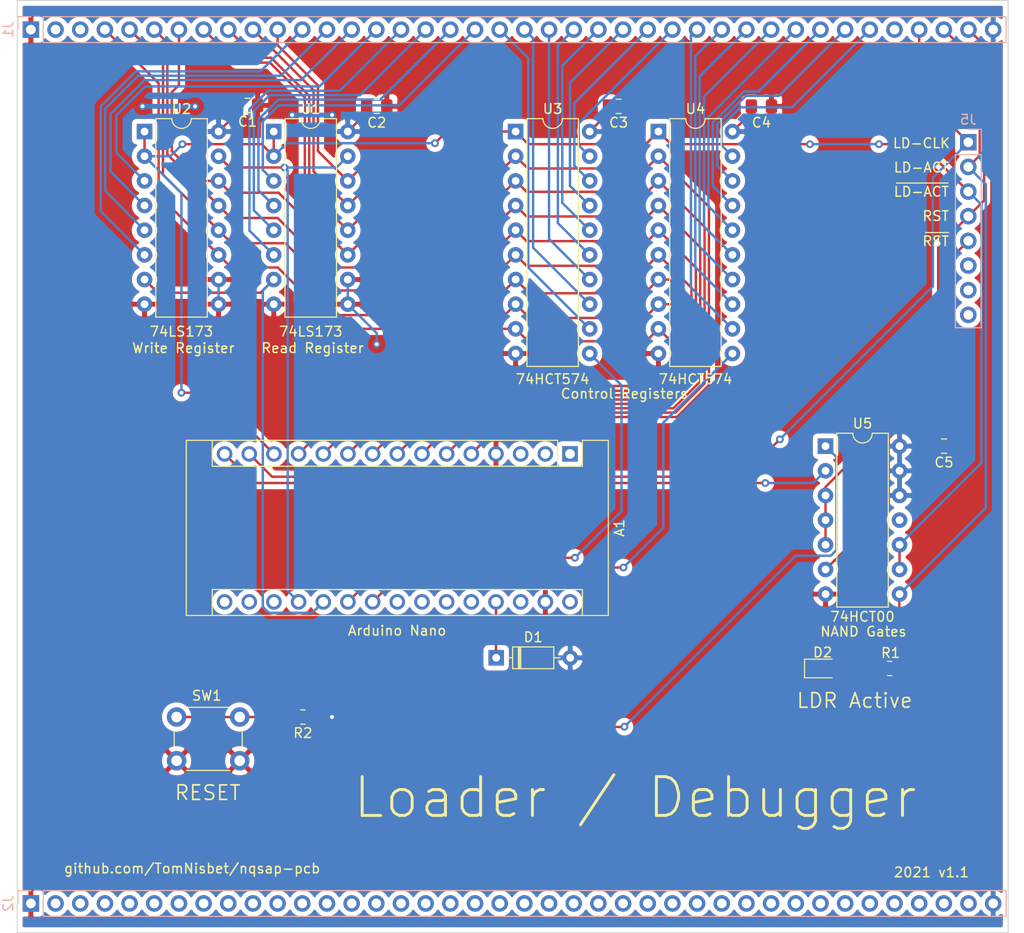
<source format=kicad_pcb>
(kicad_pcb (version 20171130) (host pcbnew "(5.1.9)-1")
  (title_block (title "NQSAP Loader / Debugger") (date 2021-10-07) (rev 1.1) (company github.com/TomNisbet/nqsap-pcb))
  (layers (0 F.Cu signal) (31 B.Cu signal) (34 B.Paste user) (35 F.Paste user) (36 B.SilkS user) (37 F.SilkS user) (38 B.Mask user) (39 F.Mask user) (44 Edge.Cuts user))
  (net 0 "")
  (net 1 +5V)
  (net 2 RST)
  (net 3 LDR-ACT)
  (net 4 LDR-CLK)
  (net 5 CLK)
  (net 6 PI)
  (net 7 N)
  (net 8 JE)
  (net 9 LF)
  (net 10 SE)
  (net 11 SI)
  (net 12 CC)
  (net 13 CS)
  (net 14 C0)
  (net 15 C1)
  (net 16 XX0)
  (net 17 FB)
  (net 18 FC)
  (net 19 FZ)
  (net 20 FV)
  (net 21 FN)
  (net 22 RR0)
  (net 23 RR1)
  (net 24 RR2)
  (net 25 RR3)
  (net 26 WR0)
  (net 27 WR1)
  (net 28 WR2)
  (net 29 WR3)
  (net 30 D0)
  (net 31 D1)
  (net 32 D2)
  (net 33 D3)
  (net 34 D4)
  (net 35 D5)
  (net 36 D6)
  (net 37 D7)
  (net 38 NC-1)
  (net 39 NC-2)
  (net 40 GND)
  (net 41 "Net-(J5-Pad8)")
  (net 42 "Net-(J5-Pad7)")
  (net 43 "Net-(J5-Pad6)")
  (net 44 "Net-(A1-Pad16)")
  (net 45 "Net-(A1-Pad30)")
  (net 46 "Net-(A1-Pad28)")
  (net 47 "Net-(A1-Pad27)")
  (net 48 "Net-(A1-Pad26)")
  (net 49 "Net-(A1-Pad25)")
  (net 50 "Net-(A1-Pad24)")
  (net 51 "Net-(A1-Pad23)")
  (net 52 "Net-(A1-Pad3)")
  (net 53 "Net-(A1-Pad18)")
  (net 54 "Net-(A1-Pad2)")
  (net 55 "Net-(A1-Pad17)")
  (net 56 "Net-(A1-Pad1)")
  (net 57 "Net-(D2-Pad2)")
  (net 58 ~RST)
  (net 59 /LD0)
  (net 60 /LD1)
  (net 61 /LD2)
  (net 62 /CLR)
  (net 63 "Net-(U5-Pad11)")
  (net 64 ~LDR-ACT)
  (net 65 /~LD-R)
  (net 66 /~BT-R)
  (net 67 "Net-(J2-Pad39)")
  (net 68 "Net-(J2-Pad38)")
  (net 69 "Net-(J2-Pad37)")
  (net 70 "Net-(J2-Pad36)")
  (net 71 "Net-(J2-Pad35)")
  (net 72 "Net-(J2-Pad34)")
  (net 73 "Net-(J2-Pad33)")
  (net 74 "Net-(J2-Pad32)")
  (net 75 "Net-(J2-Pad31)")
  (net 76 "Net-(J2-Pad30)")
  (net 77 "Net-(J2-Pad29)")
  (net 78 "Net-(J2-Pad28)")
  (net 79 "Net-(J2-Pad27)")
  (net 80 "Net-(J2-Pad26)")
  (net 81 "Net-(J2-Pad25)")
  (net 82 "Net-(J2-Pad24)")
  (net 83 "Net-(J2-Pad23)")
  (net 84 "Net-(J2-Pad22)")
  (net 85 "Net-(J2-Pad21)")
  (net 86 "Net-(J2-Pad20)")
  (net 87 "Net-(J2-Pad19)")
  (net 88 "Net-(J2-Pad18)")
  (net 89 "Net-(J2-Pad17)")
  (net 90 "Net-(J2-Pad16)")
  (net 91 "Net-(J2-Pad15)")
  (net 92 "Net-(J2-Pad14)")
  (net 93 "Net-(J2-Pad13)")
  (net 94 "Net-(J2-Pad12)")
  (net 95 "Net-(J2-Pad11)")
  (net 96 "Net-(J2-Pad10)")
  (net 97 "Net-(J2-Pad9)")
  (net 98 "Net-(J2-Pad8)")
  (net 99 "Net-(J2-Pad7)")
  (net 100 "Net-(J2-Pad6)")
  (net 101 "Net-(J2-Pad5)")
  (net 102 "Net-(J2-Pad4)")
  (net 103 "Net-(J2-Pad3)")
  (net 104 "Net-(J2-Pad2)")
  (module Connector_PinHeader_2.54mm:PinHeader_1x08_P2.54mm_Vertical (layer B.Cu) (at 182.9 57.6 180)
    (fp_text reference J5 (at 0 2.33) (layer B.SilkS) (effects (justify mirror)))
    (fp_text value Conn_02x08)
    (pad 8 thru_hole oval (at 0 -17.78 180) (size 1.7 1.7) (drill 1) (layers *.Cu *.Mask) (net 41 "Net-(J5-Pad8)"))
    (pad 7 thru_hole oval (at 0 -15.24 180) (size 1.7 1.7) (drill 1) (layers *.Cu *.Mask) (net 42 "Net-(J5-Pad7)"))
    (pad 6 thru_hole oval (at 0 -12.7 180) (size 1.7 1.7) (drill 1) (layers *.Cu *.Mask) (net 43 "Net-(J5-Pad6)"))
    (pad 5 thru_hole oval (at 0 -10.16 180) (size 1.7 1.7) (drill 1) (layers *.Cu *.Mask) (net 58 ~RST))
    (pad 4 thru_hole oval (at 0 -7.62 180) (size 1.7 1.7) (drill 1) (layers *.Cu *.Mask) (net 2 RST))
    (pad 3 thru_hole oval (at 0 -5.08 180) (size 1.7 1.7) (drill 1) (layers *.Cu *.Mask) (net 64 ~LDR-ACT))
    (pad 2 thru_hole oval (at 0 -2.54 180) (size 1.7 1.7) (drill 1) (layers *.Cu *.Mask) (net 3 LDR-ACT))
    (pad 1 thru_hole rect (at 0 0 180) (size 1.7 1.7) (drill 1) (layers *.Cu *.Mask) (net 4 LDR-CLK))
  )
  (module Capacitor_SMD:C_0805_2012Metric_Pad1.18x1.45mm_HandSolder (layer F.Cu) (at 161.6 53.9 180)
    (fp_text reference C4 (at 0 -1.68) (layer F.SilkS))
    (fp_text value 0.1uF)
    (pad 2 smd roundrect (at 1.0375 0 180) (size 1.175 1.45) (layers F.Cu F.Paste F.Mask) (roundrect_rratio 0.2127659574468085) (net 1 +5V))
    (pad 1 smd roundrect (at -1.0375 0 180) (size 1.175 1.45) (layers F.Cu F.Paste F.Mask) (roundrect_rratio 0.2127659574468085) (net 40 GND))
  )
  (module Capacitor_SMD:C_0805_2012Metric_Pad1.18x1.45mm_HandSolder (layer F.Cu) (at 146.9 53.9 180)
    (fp_text reference C3 (at 0 -1.68) (layer F.SilkS))
    (fp_text value 0.1uF)
    (pad 2 smd roundrect (at 1.0375 0 180) (size 1.175 1.45) (layers F.Cu F.Paste F.Mask) (roundrect_rratio 0.2127659574468085) (net 1 +5V))
    (pad 1 smd roundrect (at -1.0375 0 180) (size 1.175 1.45) (layers F.Cu F.Paste F.Mask) (roundrect_rratio 0.2127659574468085) (net 40 GND))
  )
  (module Resistor_SMD:R_0805_2012Metric_Pad1.20x1.40mm_HandSolder (layer F.Cu) (at 114.4 116.8 180)
    (fp_text reference R2 (at 0 -1.65) (layer F.SilkS))
    (fp_text value 10K)
    (pad 2 smd roundrect (at 1 0 180) (size 1.2 1.4) (layers F.Cu F.Paste F.Mask) (roundrect_rratio 0.2083325) (net 66 /~BT-R))
    (pad 1 smd roundrect (at -1 0 180) (size 1.2 1.4) (layers F.Cu F.Paste F.Mask) (roundrect_rratio 0.2083325) (net 1 +5V))
  )
  (module Button_Switch_THT:SW_PUSH_6mm_H7.3mm (layer F.Cu) (at 107.9 121.3 180)
    (fp_text reference SW1 (at 3.4 6.7) (layer F.SilkS))
    (fp_text value RESET (at 3.3 -3.3) (layer F.SilkS) (effects (font (size 1.5 1.5) (thickness 0.17))))
    (pad 1 thru_hole circle (at 6.5 0 270) (size 2 2) (drill 1.1) (layers *.Cu *.Mask) (net 40 GND))
    (pad 2 thru_hole circle (at 6.5 4.5 270) (size 2 2) (drill 1.1) (layers *.Cu *.Mask) (net 66 /~BT-R))
    (pad 1 thru_hole circle (at 0 0 270) (size 2 2) (drill 1.1) (layers *.Cu *.Mask) (net 40 GND))
    (pad 2 thru_hole circle (at 0 4.5 270) (size 2 2) (drill 1.1) (layers *.Cu *.Mask) (net 66 /~BT-R))
  )
  (module Capacitor_SMD:C_0805_2012Metric_Pad1.18x1.45mm_HandSolder (layer F.Cu) (at 180.4 88.9 180)
    (fp_text reference C5 (at 0 -1.68) (layer F.SilkS))
    (fp_text value 0.1uF)
    (pad 2 smd roundrect (at 1.0375 0 180) (size 1.175 1.45) (layers F.Cu F.Paste F.Mask) (roundrect_rratio 0.2127659574468085) (net 1 +5V))
    (pad 1 smd roundrect (at -1.0375 0 180) (size 1.175 1.45) (layers F.Cu F.Paste F.Mask) (roundrect_rratio 0.2127659574468085) (net 40 GND))
  )
  (module Package_DIP:DIP-14_W7.62mm (layer F.Cu) (at 168.2 88.9)
    (fp_text reference U5 (at 3.81 -2.33) (layer F.SilkS))
    (fp_text value 74HCT00 (at 3.81 17.57) (layer F.SilkS))
    (fp_text user "NAND Gates" (at 3.9 19.1) (layer F.SilkS))
    (pad 14 thru_hole oval (at 7.62 0) (size 1.6 1.6) (drill 0.8) (layers *.Cu *.Mask) (net 1 +5V))
    (pad 7 thru_hole oval (at 0 15.24) (size 1.6 1.6) (drill 0.8) (layers *.Cu *.Mask) (net 40 GND))
    (pad 13 thru_hole oval (at 7.62 2.54) (size 1.6 1.6) (drill 0.8) (layers *.Cu *.Mask) (net 1 +5V))
    (pad 6 thru_hole oval (at 0 12.7) (size 1.6 1.6) (drill 0.8) (layers *.Cu *.Mask) (net 58 ~RST))
    (pad 12 thru_hole oval (at 7.62 5.08) (size 1.6 1.6) (drill 0.8) (layers *.Cu *.Mask) (net 1 +5V))
    (pad 5 thru_hole oval (at 0 10.16) (size 1.6 1.6) (drill 0.8) (layers *.Cu *.Mask) (net 2 RST))
    (pad 11 thru_hole oval (at 7.62 7.62) (size 1.6 1.6) (drill 0.8) (layers *.Cu *.Mask) (net 63 "Net-(U5-Pad11)"))
    (pad 4 thru_hole oval (at 0 7.62) (size 1.6 1.6) (drill 0.8) (layers *.Cu *.Mask) (net 2 RST))
    (pad 10 thru_hole oval (at 7.62 10.16) (size 1.6 1.6) (drill 0.8) (layers *.Cu *.Mask) (net 64 ~LDR-ACT))
    (pad 3 thru_hole oval (at 0 5.08) (size 1.6 1.6) (drill 0.8) (layers *.Cu *.Mask) (net 2 RST))
    (pad 9 thru_hole oval (at 7.62 12.7) (size 1.6 1.6) (drill 0.8) (layers *.Cu *.Mask) (net 64 ~LDR-ACT))
    (pad 2 thru_hole oval (at 0 2.54) (size 1.6 1.6) (drill 0.8) (layers *.Cu *.Mask) (net 65 /~LD-R))
    (pad 8 thru_hole oval (at 7.62 15.24) (size 1.6 1.6) (drill 0.8) (layers *.Cu *.Mask) (net 3 LDR-ACT))
    (pad 1 thru_hole rect (at 0 0) (size 1.6 1.6) (drill 0.8) (layers *.Cu *.Mask) (net 66 /~BT-R))
  )
  (module Diode_THT:D_DO-35_SOD27_P7.62mm_Horizontal (layer F.Cu) (at 134.3 110.7)
    (fp_text reference D1 (at 3.81 -2.12) (layer F.SilkS))
    (fp_text value diode)
    (pad 2 thru_hole oval (at 7.62 0) (size 1.6 1.6) (drill 0.8) (layers *.Cu *.Mask) (net 1 +5V))
    (pad 1 thru_hole rect (at 0 0) (size 1.6 1.6) (drill 0.8) (layers *.Cu *.Mask) (net 47 "Net-(A1-Pad27)"))
  )
  (module Package_DIP:DIP-20_W7.62mm (layer F.Cu) (at 151 56.5)
    (fp_text reference U4 (at 3.81 -2.33) (layer F.SilkS))
    (fp_text value 74HCT574 (at 3.81 25.5) (layer F.SilkS))
    (pad 20 thru_hole oval (at 7.62 0) (size 1.6 1.6) (drill 0.8) (layers *.Cu *.Mask) (net 1 +5V))
    (pad 10 thru_hole oval (at 0 22.86) (size 1.6 1.6) (drill 0.8) (layers *.Cu *.Mask) (net 40 GND))
    (pad 19 thru_hole oval (at 7.62 2.54) (size 1.6 1.6) (drill 0.8) (layers *.Cu *.Mask) (net 6 PI))
    (pad 9 thru_hole oval (at 0 20.32) (size 1.6 1.6) (drill 0.8) (layers *.Cu *.Mask) (net 37 D7))
    (pad 18 thru_hole oval (at 7.62 5.08) (size 1.6 1.6) (drill 0.8) (layers *.Cu *.Mask) (net 7 N))
    (pad 8 thru_hole oval (at 0 17.78) (size 1.6 1.6) (drill 0.8) (layers *.Cu *.Mask) (net 36 D6))
    (pad 17 thru_hole oval (at 7.62 7.62) (size 1.6 1.6) (drill 0.8) (layers *.Cu *.Mask) (net 8 JE))
    (pad 7 thru_hole oval (at 0 15.24) (size 1.6 1.6) (drill 0.8) (layers *.Cu *.Mask) (net 35 D5))
    (pad 16 thru_hole oval (at 7.62 10.16) (size 1.6 1.6) (drill 0.8) (layers *.Cu *.Mask) (net 9 LF))
    (pad 6 thru_hole oval (at 0 12.7) (size 1.6 1.6) (drill 0.8) (layers *.Cu *.Mask) (net 34 D4))
    (pad 15 thru_hole oval (at 7.62 12.7) (size 1.6 1.6) (drill 0.8) (layers *.Cu *.Mask) (net 10 SE))
    (pad 5 thru_hole oval (at 0 10.16) (size 1.6 1.6) (drill 0.8) (layers *.Cu *.Mask) (net 33 D3))
    (pad 14 thru_hole oval (at 7.62 15.24) (size 1.6 1.6) (drill 0.8) (layers *.Cu *.Mask) (net 11 SI))
    (pad 4 thru_hole oval (at 0 7.62) (size 1.6 1.6) (drill 0.8) (layers *.Cu *.Mask) (net 32 D2))
    (pad 13 thru_hole oval (at 7.62 17.78) (size 1.6 1.6) (drill 0.8) (layers *.Cu *.Mask) (net 12 CC))
    (pad 3 thru_hole oval (at 0 5.08) (size 1.6 1.6) (drill 0.8) (layers *.Cu *.Mask) (net 31 D1))
    (pad 12 thru_hole oval (at 7.62 20.32) (size 1.6 1.6) (drill 0.8) (layers *.Cu *.Mask) (net 13 CS))
    (pad 2 thru_hole oval (at 0 2.54) (size 1.6 1.6) (drill 0.8) (layers *.Cu *.Mask) (net 30 D0))
    (pad 11 thru_hole oval (at 7.62 22.86) (size 1.6 1.6) (drill 0.8) (layers *.Cu *.Mask) (net 59 /LD0))
    (pad 1 thru_hole rect (at 0 0) (size 1.6 1.6) (drill 0.8) (layers *.Cu *.Mask) (net 64 ~LDR-ACT))
  )
  (module Package_DIP:DIP-20_W7.62mm (layer F.Cu) (at 136.3 56.5)
    (fp_text reference U3 (at 3.81 -2.33) (layer F.SilkS))
    (fp_text value 74HCT574 (at 3.8 25.5) (layer F.SilkS))
    (fp_text user "Control Registers" (at 11.2 27) (layer F.SilkS))
    (pad 20 thru_hole oval (at 7.62 0) (size 1.6 1.6) (drill 0.8) (layers *.Cu *.Mask) (net 1 +5V))
    (pad 10 thru_hole oval (at 0 22.86) (size 1.6 1.6) (drill 0.8) (layers *.Cu *.Mask) (net 40 GND))
    (pad 19 thru_hole oval (at 7.62 2.54) (size 1.6 1.6) (drill 0.8) (layers *.Cu *.Mask) (net 14 C0))
    (pad 9 thru_hole oval (at 0 20.32) (size 1.6 1.6) (drill 0.8) (layers *.Cu *.Mask) (net 37 D7))
    (pad 18 thru_hole oval (at 7.62 5.08) (size 1.6 1.6) (drill 0.8) (layers *.Cu *.Mask) (net 15 C1))
    (pad 8 thru_hole oval (at 0 17.78) (size 1.6 1.6) (drill 0.8) (layers *.Cu *.Mask) (net 36 D6))
    (pad 17 thru_hole oval (at 7.62 7.62) (size 1.6 1.6) (drill 0.8) (layers *.Cu *.Mask) (net 16 XX0))
    (pad 7 thru_hole oval (at 0 15.24) (size 1.6 1.6) (drill 0.8) (layers *.Cu *.Mask) (net 35 D5))
    (pad 16 thru_hole oval (at 7.62 10.16) (size 1.6 1.6) (drill 0.8) (layers *.Cu *.Mask) (net 17 FB))
    (pad 6 thru_hole oval (at 0 12.7) (size 1.6 1.6) (drill 0.8) (layers *.Cu *.Mask) (net 34 D4))
    (pad 15 thru_hole oval (at 7.62 12.7) (size 1.6 1.6) (drill 0.8) (layers *.Cu *.Mask) (net 18 FC))
    (pad 5 thru_hole oval (at 0 10.16) (size 1.6 1.6) (drill 0.8) (layers *.Cu *.Mask) (net 33 D3))
    (pad 14 thru_hole oval (at 7.62 15.24) (size 1.6 1.6) (drill 0.8) (layers *.Cu *.Mask) (net 19 FZ))
    (pad 4 thru_hole oval (at 0 7.62) (size 1.6 1.6) (drill 0.8) (layers *.Cu *.Mask) (net 32 D2))
    (pad 13 thru_hole oval (at 7.62 17.78) (size 1.6 1.6) (drill 0.8) (layers *.Cu *.Mask) (net 20 FV))
    (pad 3 thru_hole oval (at 0 5.08) (size 1.6 1.6) (drill 0.8) (layers *.Cu *.Mask) (net 31 D1))
    (pad 12 thru_hole oval (at 7.62 20.32) (size 1.6 1.6) (drill 0.8) (layers *.Cu *.Mask) (net 21 FN))
    (pad 2 thru_hole oval (at 0 2.54) (size 1.6 1.6) (drill 0.8) (layers *.Cu *.Mask) (net 30 D0))
    (pad 11 thru_hole oval (at 7.62 22.86) (size 1.6 1.6) (drill 0.8) (layers *.Cu *.Mask) (net 60 /LD1))
    (pad 1 thru_hole rect (at 0 0) (size 1.6 1.6) (drill 0.8) (layers *.Cu *.Mask) (net 64 ~LDR-ACT))
  )
  (module Package_DIP:DIP-16_W7.62mm (layer F.Cu) (at 98.1 56.5)
    (fp_text reference U2 (at 3.81 -2.33) (layer F.SilkS))
    (fp_text value 74LS173 (at 3.8 20.6) (layer F.SilkS))
    (fp_text user "Write Register" (at 4 22.3) (layer F.SilkS))
    (pad 16 thru_hole oval (at 7.62 0) (size 1.6 1.6) (drill 0.8) (layers *.Cu *.Mask) (net 1 +5V))
    (pad 8 thru_hole oval (at 0 17.78) (size 1.6 1.6) (drill 0.8) (layers *.Cu *.Mask) (net 40 GND))
    (pad 15 thru_hole oval (at 7.62 2.54) (size 1.6 1.6) (drill 0.8) (layers *.Cu *.Mask) (net 62 /CLR))
    (pad 7 thru_hole oval (at 0 15.24) (size 1.6 1.6) (drill 0.8) (layers *.Cu *.Mask) (net 61 /LD2))
    (pad 14 thru_hole oval (at 7.62 5.08) (size 1.6 1.6) (drill 0.8) (layers *.Cu *.Mask) (net 34 D4))
    (pad 6 thru_hole oval (at 0 12.7) (size 1.6 1.6) (drill 0.8) (layers *.Cu *.Mask) (net 29 WR3))
    (pad 13 thru_hole oval (at 7.62 7.62) (size 1.6 1.6) (drill 0.8) (layers *.Cu *.Mask) (net 35 D5))
    (pad 5 thru_hole oval (at 0 10.16) (size 1.6 1.6) (drill 0.8) (layers *.Cu *.Mask) (net 28 WR2))
    (pad 12 thru_hole oval (at 7.62 10.16) (size 1.6 1.6) (drill 0.8) (layers *.Cu *.Mask) (net 36 D6))
    (pad 4 thru_hole oval (at 0 7.62) (size 1.6 1.6) (drill 0.8) (layers *.Cu *.Mask) (net 27 WR1))
    (pad 11 thru_hole oval (at 7.62 12.7) (size 1.6 1.6) (drill 0.8) (layers *.Cu *.Mask) (net 37 D7))
    (pad 3 thru_hole oval (at 0 5.08) (size 1.6 1.6) (drill 0.8) (layers *.Cu *.Mask) (net 26 WR0))
    (pad 10 thru_hole oval (at 7.62 15.24) (size 1.6 1.6) (drill 0.8) (layers *.Cu *.Mask) (net 40 GND))
    (pad 2 thru_hole oval (at 0 2.54) (size 1.6 1.6) (drill 0.8) (layers *.Cu *.Mask) (net 64 ~LDR-ACT))
    (pad 9 thru_hole oval (at 7.62 17.78) (size 1.6 1.6) (drill 0.8) (layers *.Cu *.Mask) (net 40 GND))
    (pad 1 thru_hole rect (at 0 0) (size 1.6 1.6) (drill 0.8) (layers *.Cu *.Mask) (net 64 ~LDR-ACT))
  )
  (module Package_DIP:DIP-16_W7.62mm (layer F.Cu) (at 111.4 56.5)
    (fp_text reference U1 (at 3.81 -2.33) (layer F.SilkS))
    (fp_text value 74LS173 (at 3.81 20.6) (layer F.SilkS))
    (fp_text user "Read Register" (at 4 22.3) (layer F.SilkS))
    (pad 16 thru_hole oval (at 7.62 0) (size 1.6 1.6) (drill 0.8) (layers *.Cu *.Mask) (net 1 +5V))
    (pad 8 thru_hole oval (at 0 17.78) (size 1.6 1.6) (drill 0.8) (layers *.Cu *.Mask) (net 40 GND))
    (pad 15 thru_hole oval (at 7.62 2.54) (size 1.6 1.6) (drill 0.8) (layers *.Cu *.Mask) (net 62 /CLR))
    (pad 7 thru_hole oval (at 0 15.24) (size 1.6 1.6) (drill 0.8) (layers *.Cu *.Mask) (net 61 /LD2))
    (pad 14 thru_hole oval (at 7.62 5.08) (size 1.6 1.6) (drill 0.8) (layers *.Cu *.Mask) (net 30 D0))
    (pad 6 thru_hole oval (at 0 12.7) (size 1.6 1.6) (drill 0.8) (layers *.Cu *.Mask) (net 25 RR3))
    (pad 13 thru_hole oval (at 7.62 7.62) (size 1.6 1.6) (drill 0.8) (layers *.Cu *.Mask) (net 31 D1))
    (pad 5 thru_hole oval (at 0 10.16) (size 1.6 1.6) (drill 0.8) (layers *.Cu *.Mask) (net 24 RR2))
    (pad 12 thru_hole oval (at 7.62 10.16) (size 1.6 1.6) (drill 0.8) (layers *.Cu *.Mask) (net 32 D2))
    (pad 4 thru_hole oval (at 0 7.62) (size 1.6 1.6) (drill 0.8) (layers *.Cu *.Mask) (net 23 RR1))
    (pad 11 thru_hole oval (at 7.62 12.7) (size 1.6 1.6) (drill 0.8) (layers *.Cu *.Mask) (net 33 D3))
    (pad 3 thru_hole oval (at 0 5.08) (size 1.6 1.6) (drill 0.8) (layers *.Cu *.Mask) (net 22 RR0))
    (pad 10 thru_hole oval (at 7.62 15.24) (size 1.6 1.6) (drill 0.8) (layers *.Cu *.Mask) (net 40 GND))
    (pad 2 thru_hole oval (at 0 2.54) (size 1.6 1.6) (drill 0.8) (layers *.Cu *.Mask) (net 64 ~LDR-ACT))
    (pad 9 thru_hole oval (at 7.62 17.78) (size 1.6 1.6) (drill 0.8) (layers *.Cu *.Mask) (net 40 GND))
    (pad 1 thru_hole rect (at 0 0) (size 1.6 1.6) (drill 0.8) (layers *.Cu *.Mask) (net 64 ~LDR-ACT))
  )
  (module Resistor_SMD:R_0805_2012Metric_Pad1.20x1.40mm_HandSolder (layer F.Cu) (at 174.8 111.8 180)
    (fp_text reference R1 (at -0.1 1.6) (layer F.SilkS))
    (fp_text value 100)
    (pad 2 smd roundrect (at 1 0 180) (size 1.2 1.4) (layers F.Cu F.Paste F.Mask) (roundrect_rratio 0.2083325) (net 57 "Net-(D2-Pad2)"))
    (pad 1 smd roundrect (at -1 0 180) (size 1.2 1.4) (layers F.Cu F.Paste F.Mask) (roundrect_rratio 0.2083325) (net 3 LDR-ACT))
  )
  (module LED_SMD:LED_0805_2012Metric_Pad1.15x1.40mm_HandSolder (layer F.Cu) (at 167.9 111.8)
    (fp_text reference D2 (at 0 -1.65) (layer F.SilkS))
    (fp_text value "LDR Active" (at 3.3 3.3) (layer F.SilkS) (effects (font (size 1.5 1.5) (thickness 0.17))))
    (pad 2 smd roundrect (at 1.025 0) (size 1.15 1.4) (layers F.Cu F.Paste F.Mask) (roundrect_rratio 0.2173904347826087) (net 57 "Net-(D2-Pad2)"))
    (pad 1 smd roundrect (at -1.025 0) (size 1.15 1.4) (layers F.Cu F.Paste F.Mask) (roundrect_rratio 0.2173904347826087) (net 40 GND))
  )
  (module Capacitor_SMD:C_0805_2012Metric_Pad1.18x1.45mm_HandSolder (layer F.Cu) (at 122 53.9 180)
    (fp_text reference C2 (at 0 -1.68) (layer F.SilkS))
    (fp_text value 0.1uF)
    (pad 2 smd roundrect (at 1.0375 0 180) (size 1.175 1.45) (layers F.Cu F.Paste F.Mask) (roundrect_rratio 0.2127659574468085) (net 1 +5V))
    (pad 1 smd roundrect (at -1.0375 0 180) (size 1.175 1.45) (layers F.Cu F.Paste F.Mask) (roundrect_rratio 0.2127659574468085) (net 40 GND))
  )
  (module Capacitor_SMD:C_0805_2012Metric_Pad1.18x1.45mm_HandSolder (layer F.Cu) (at 108.7 53.8 180)
    (fp_text reference C1 (at 0 -1.68) (layer F.SilkS))
    (fp_text value 0.1uF)
    (pad 2 smd roundrect (at 1.0375 0 180) (size 1.175 1.45) (layers F.Cu F.Paste F.Mask) (roundrect_rratio 0.2127659574468085) (net 1 +5V))
    (pad 1 smd roundrect (at -1.0375 0 180) (size 1.175 1.45) (layers F.Cu F.Paste F.Mask) (roundrect_rratio 0.2127659574468085) (net 40 GND))
  )
  (module Module:Arduino_Nano (layer F.Cu) (at 141.9 89.7 270)
    (fp_text reference A1 (at 7.62 -5.08 90) (layer F.SilkS))
    (fp_text value "Arduino Nano" (at 18.2 17.8) (layer F.SilkS))
    (pad 16 thru_hole oval (at 15.24 35.56 270) (size 1.6 1.6) (drill 1) (layers *.Cu *.Mask) (net 44 "Net-(A1-Pad16)"))
    (pad 15 thru_hole oval (at 0 35.56 270) (size 1.6 1.6) (drill 1) (layers *.Cu *.Mask) (net 65 /~LD-R))
    (pad 30 thru_hole oval (at 15.24 0 270) (size 1.6 1.6) (drill 1) (layers *.Cu *.Mask) (net 45 "Net-(A1-Pad30)"))
    (pad 14 thru_hole oval (at 0 33.02 270) (size 1.6 1.6) (drill 1) (layers *.Cu *.Mask) (net 4 LDR-CLK))
    (pad 29 thru_hole oval (at 15.24 2.54 270) (size 1.6 1.6) (drill 1) (layers *.Cu *.Mask) (net 40 GND))
    (pad 13 thru_hole oval (at 0 30.48 270) (size 1.6 1.6) (drill 1) (layers *.Cu *.Mask) (net 64 ~LDR-ACT))
    (pad 28 thru_hole oval (at 15.24 5.08 270) (size 1.6 1.6) (drill 1) (layers *.Cu *.Mask) (net 46 "Net-(A1-Pad28)"))
    (pad 12 thru_hole oval (at 0 27.94 270) (size 1.6 1.6) (drill 1) (layers *.Cu *.Mask) (net 37 D7))
    (pad 27 thru_hole oval (at 15.24 7.62 270) (size 1.6 1.6) (drill 1) (layers *.Cu *.Mask) (net 47 "Net-(A1-Pad27)"))
    (pad 11 thru_hole oval (at 0 25.4 270) (size 1.6 1.6) (drill 1) (layers *.Cu *.Mask) (net 36 D6))
    (pad 26 thru_hole oval (at 15.24 10.16 270) (size 1.6 1.6) (drill 1) (layers *.Cu *.Mask) (net 48 "Net-(A1-Pad26)"))
    (pad 10 thru_hole oval (at 0 22.86 270) (size 1.6 1.6) (drill 1) (layers *.Cu *.Mask) (net 35 D5))
    (pad 25 thru_hole oval (at 15.24 12.7 270) (size 1.6 1.6) (drill 1) (layers *.Cu *.Mask) (net 49 "Net-(A1-Pad25)"))
    (pad 9 thru_hole oval (at 0 20.32 270) (size 1.6 1.6) (drill 1) (layers *.Cu *.Mask) (net 34 D4))
    (pad 24 thru_hole oval (at 15.24 15.24 270) (size 1.6 1.6) (drill 1) (layers *.Cu *.Mask) (net 50 "Net-(A1-Pad24)"))
    (pad 8 thru_hole oval (at 0 17.78 270) (size 1.6 1.6) (drill 1) (layers *.Cu *.Mask) (net 33 D3))
    (pad 23 thru_hole oval (at 15.24 17.78 270) (size 1.6 1.6) (drill 1) (layers *.Cu *.Mask) (net 51 "Net-(A1-Pad23)"))
    (pad 7 thru_hole oval (at 0 15.24 270) (size 1.6 1.6) (drill 1) (layers *.Cu *.Mask) (net 32 D2))
    (pad 22 thru_hole oval (at 15.24 20.32 270) (size 1.6 1.6) (drill 1) (layers *.Cu *.Mask) (net 59 /LD0))
    (pad 6 thru_hole oval (at 0 12.7 270) (size 1.6 1.6) (drill 1) (layers *.Cu *.Mask) (net 31 D1))
    (pad 21 thru_hole oval (at 15.24 22.86 270) (size 1.6 1.6) (drill 1) (layers *.Cu *.Mask) (net 60 /LD1))
    (pad 5 thru_hole oval (at 0 10.16 270) (size 1.6 1.6) (drill 1) (layers *.Cu *.Mask) (net 30 D0))
    (pad 20 thru_hole oval (at 15.24 25.4 270) (size 1.6 1.6) (drill 1) (layers *.Cu *.Mask) (net 61 /LD2))
    (pad 4 thru_hole oval (at 0 7.62 270) (size 1.6 1.6) (drill 1) (layers *.Cu *.Mask) (net 40 GND))
    (pad 19 thru_hole oval (at 15.24 27.94 270) (size 1.6 1.6) (drill 1) (layers *.Cu *.Mask) (net 62 /CLR))
    (pad 3 thru_hole oval (at 0 5.08 270) (size 1.6 1.6) (drill 1) (layers *.Cu *.Mask) (net 52 "Net-(A1-Pad3)"))
    (pad 18 thru_hole oval (at 15.24 30.48 270) (size 1.6 1.6) (drill 1) (layers *.Cu *.Mask) (net 53 "Net-(A1-Pad18)"))
    (pad 2 thru_hole oval (at 0 2.54 270) (size 1.6 1.6) (drill 1) (layers *.Cu *.Mask) (net 54 "Net-(A1-Pad2)"))
    (pad 17 thru_hole oval (at 15.24 33.02 270) (size 1.6 1.6) (drill 1) (layers *.Cu *.Mask) (net 55 "Net-(A1-Pad17)"))
    (pad 1 thru_hole rect (at 0 0 270) (size 1.6 1.6) (drill 1) (layers *.Cu *.Mask) (net 56 "Net-(A1-Pad1)"))
  )
  (module Connector_PinHeader_2.54mm:PinHeader_1x40_P2.54mm_Vertical (layer B.Cu) (at 86.4 136 270)
    (fp_text reference J2 (at 0 2.33 270) (layer B.SilkS) (effects (justify mirror)))
    (fp_text value Bus)
    (pad 40 thru_hole oval (at 0 -99.06 270) (size 1.7 1.7) (drill 1) (layers *.Cu *.Mask) (net 1 +5V))
    (pad 39 thru_hole oval (at 0 -96.52 270) (size 1.7 1.7) (drill 1) (layers *.Cu *.Mask) (net 67 "Net-(J2-Pad39)"))
    (pad 38 thru_hole oval (at 0 -93.98 270) (size 1.7 1.7) (drill 1) (layers *.Cu *.Mask) (net 68 "Net-(J2-Pad38)"))
    (pad 37 thru_hole oval (at 0 -91.44 270) (size 1.7 1.7) (drill 1) (layers *.Cu *.Mask) (net 69 "Net-(J2-Pad37)"))
    (pad 36 thru_hole oval (at 0 -88.9 270) (size 1.7 1.7) (drill 1) (layers *.Cu *.Mask) (net 70 "Net-(J2-Pad36)"))
    (pad 35 thru_hole oval (at 0 -86.36 270) (size 1.7 1.7) (drill 1) (layers *.Cu *.Mask) (net 71 "Net-(J2-Pad35)"))
    (pad 34 thru_hole oval (at 0 -83.82 270) (size 1.7 1.7) (drill 1) (layers *.Cu *.Mask) (net 72 "Net-(J2-Pad34)"))
    (pad 33 thru_hole oval (at 0 -81.28 270) (size 1.7 1.7) (drill 1) (layers *.Cu *.Mask) (net 73 "Net-(J2-Pad33)"))
    (pad 32 thru_hole oval (at 0 -78.74 270) (size 1.7 1.7) (drill 1) (layers *.Cu *.Mask) (net 74 "Net-(J2-Pad32)"))
    (pad 31 thru_hole oval (at 0 -76.2 270) (size 1.7 1.7) (drill 1) (layers *.Cu *.Mask) (net 75 "Net-(J2-Pad31)"))
    (pad 30 thru_hole oval (at 0 -73.66 270) (size 1.7 1.7) (drill 1) (layers *.Cu *.Mask) (net 76 "Net-(J2-Pad30)"))
    (pad 29 thru_hole oval (at 0 -71.12 270) (size 1.7 1.7) (drill 1) (layers *.Cu *.Mask) (net 77 "Net-(J2-Pad29)"))
    (pad 28 thru_hole oval (at 0 -68.58 270) (size 1.7 1.7) (drill 1) (layers *.Cu *.Mask) (net 78 "Net-(J2-Pad28)"))
    (pad 27 thru_hole oval (at 0 -66.04 270) (size 1.7 1.7) (drill 1) (layers *.Cu *.Mask) (net 79 "Net-(J2-Pad27)"))
    (pad 26 thru_hole oval (at 0 -63.5 270) (size 1.7 1.7) (drill 1) (layers *.Cu *.Mask) (net 80 "Net-(J2-Pad26)"))
    (pad 25 thru_hole oval (at 0 -60.96 270) (size 1.7 1.7) (drill 1) (layers *.Cu *.Mask) (net 81 "Net-(J2-Pad25)"))
    (pad 24 thru_hole oval (at 0 -58.42 270) (size 1.7 1.7) (drill 1) (layers *.Cu *.Mask) (net 82 "Net-(J2-Pad24)"))
    (pad 23 thru_hole oval (at 0 -55.88 270) (size 1.7 1.7) (drill 1) (layers *.Cu *.Mask) (net 83 "Net-(J2-Pad23)"))
    (pad 22 thru_hole oval (at 0 -53.34 270) (size 1.7 1.7) (drill 1) (layers *.Cu *.Mask) (net 84 "Net-(J2-Pad22)"))
    (pad 21 thru_hole oval (at 0 -50.8 270) (size 1.7 1.7) (drill 1) (layers *.Cu *.Mask) (net 85 "Net-(J2-Pad21)"))
    (pad 20 thru_hole oval (at 0 -48.26 270) (size 1.7 1.7) (drill 1) (layers *.Cu *.Mask) (net 86 "Net-(J2-Pad20)"))
    (pad 19 thru_hole oval (at 0 -45.72 270) (size 1.7 1.7) (drill 1) (layers *.Cu *.Mask) (net 87 "Net-(J2-Pad19)"))
    (pad 18 thru_hole oval (at 0 -43.18 270) (size 1.7 1.7) (drill 1) (layers *.Cu *.Mask) (net 88 "Net-(J2-Pad18)"))
    (pad 17 thru_hole oval (at 0 -40.64 270) (size 1.7 1.7) (drill 1) (layers *.Cu *.Mask) (net 89 "Net-(J2-Pad17)"))
    (pad 16 thru_hole oval (at 0 -38.1 270) (size 1.7 1.7) (drill 1) (layers *.Cu *.Mask) (net 90 "Net-(J2-Pad16)"))
    (pad 15 thru_hole oval (at 0 -35.56 270) (size 1.7 1.7) (drill 1) (layers *.Cu *.Mask) (net 91 "Net-(J2-Pad15)"))
    (pad 14 thru_hole oval (at 0 -33.02 270) (size 1.7 1.7) (drill 1) (layers *.Cu *.Mask) (net 92 "Net-(J2-Pad14)"))
    (pad 13 thru_hole oval (at 0 -30.48 270) (size 1.7 1.7) (drill 1) (layers *.Cu *.Mask) (net 93 "Net-(J2-Pad13)"))
    (pad 12 thru_hole oval (at 0 -27.94 270) (size 1.7 1.7) (drill 1) (layers *.Cu *.Mask) (net 94 "Net-(J2-Pad12)"))
    (pad 11 thru_hole oval (at 0 -25.4 270) (size 1.7 1.7) (drill 1) (layers *.Cu *.Mask) (net 95 "Net-(J2-Pad11)"))
    (pad 10 thru_hole oval (at 0 -22.86 270) (size 1.7 1.7) (drill 1) (layers *.Cu *.Mask) (net 96 "Net-(J2-Pad10)"))
    (pad 9 thru_hole oval (at 0 -20.32 270) (size 1.7 1.7) (drill 1) (layers *.Cu *.Mask) (net 97 "Net-(J2-Pad9)"))
    (pad 8 thru_hole oval (at 0 -17.78 270) (size 1.7 1.7) (drill 1) (layers *.Cu *.Mask) (net 98 "Net-(J2-Pad8)"))
    (pad 7 thru_hole oval (at 0 -15.24 270) (size 1.7 1.7) (drill 1) (layers *.Cu *.Mask) (net 99 "Net-(J2-Pad7)"))
    (pad 6 thru_hole oval (at 0 -12.7 270) (size 1.7 1.7) (drill 1) (layers *.Cu *.Mask) (net 100 "Net-(J2-Pad6)"))
    (pad 5 thru_hole oval (at 0 -10.16 270) (size 1.7 1.7) (drill 1) (layers *.Cu *.Mask) (net 101 "Net-(J2-Pad5)"))
    (pad 4 thru_hole oval (at 0 -7.62 270) (size 1.7 1.7) (drill 1) (layers *.Cu *.Mask) (net 102 "Net-(J2-Pad4)"))
    (pad 3 thru_hole oval (at 0 -5.08 270) (size 1.7 1.7) (drill 1) (layers *.Cu *.Mask) (net 103 "Net-(J2-Pad3)"))
    (pad 2 thru_hole oval (at 0 -2.54 270) (size 1.7 1.7) (drill 1) (layers *.Cu *.Mask) (net 104 "Net-(J2-Pad2)"))
    (pad 1 thru_hole rect (at 0 0 270) (size 1.7 1.7) (drill 1) (layers *.Cu *.Mask) (net 40 GND))
  )
  (module Connector_PinHeader_2.54mm:PinHeader_1x40_P2.54mm_Vertical (layer B.Cu) (at 86.4 46 270)
    (fp_text reference J1 (at 0 2.33 270) (layer B.SilkS) (effects (justify mirror)))
    (fp_text value Bus)
    (pad 40 thru_hole oval (at 0 -99.06 270) (size 1.7 1.7) (drill 1) (layers *.Cu *.Mask) (net 1 +5V))
    (pad 39 thru_hole oval (at 0 -96.52 270) (size 1.7 1.7) (drill 1) (layers *.Cu *.Mask) (net 2 RST))
    (pad 38 thru_hole oval (at 0 -93.98 270) (size 1.7 1.7) (drill 1) (layers *.Cu *.Mask) (net 3 LDR-ACT))
    (pad 37 thru_hole oval (at 0 -91.44 270) (size 1.7 1.7) (drill 1) (layers *.Cu *.Mask) (net 4 LDR-CLK))
    (pad 36 thru_hole oval (at 0 -88.9 270) (size 1.7 1.7) (drill 1) (layers *.Cu *.Mask) (net 5 CLK))
    (pad 35 thru_hole oval (at 0 -86.36 270) (size 1.7 1.7) (drill 1) (layers *.Cu *.Mask) (net 6 PI))
    (pad 34 thru_hole oval (at 0 -83.82 270) (size 1.7 1.7) (drill 1) (layers *.Cu *.Mask) (net 7 N))
    (pad 33 thru_hole oval (at 0 -81.28 270) (size 1.7 1.7) (drill 1) (layers *.Cu *.Mask) (net 8 JE))
    (pad 32 thru_hole oval (at 0 -78.74 270) (size 1.7 1.7) (drill 1) (layers *.Cu *.Mask) (net 9 LF))
    (pad 31 thru_hole oval (at 0 -76.2 270) (size 1.7 1.7) (drill 1) (layers *.Cu *.Mask) (net 10 SE))
    (pad 30 thru_hole oval (at 0 -73.66 270) (size 1.7 1.7) (drill 1) (layers *.Cu *.Mask) (net 11 SI))
    (pad 29 thru_hole oval (at 0 -71.12 270) (size 1.7 1.7) (drill 1) (layers *.Cu *.Mask) (net 12 CC))
    (pad 28 thru_hole oval (at 0 -68.58 270) (size 1.7 1.7) (drill 1) (layers *.Cu *.Mask) (net 13 CS))
    (pad 27 thru_hole oval (at 0 -66.04 270) (size 1.7 1.7) (drill 1) (layers *.Cu *.Mask) (net 14 C0))
    (pad 26 thru_hole oval (at 0 -63.5 270) (size 1.7 1.7) (drill 1) (layers *.Cu *.Mask) (net 15 C1))
    (pad 25 thru_hole oval (at 0 -60.96 270) (size 1.7 1.7) (drill 1) (layers *.Cu *.Mask) (net 16 XX0))
    (pad 24 thru_hole oval (at 0 -58.42 270) (size 1.7 1.7) (drill 1) (layers *.Cu *.Mask) (net 17 FB))
    (pad 23 thru_hole oval (at 0 -55.88 270) (size 1.7 1.7) (drill 1) (layers *.Cu *.Mask) (net 18 FC))
    (pad 22 thru_hole oval (at 0 -53.34 270) (size 1.7 1.7) (drill 1) (layers *.Cu *.Mask) (net 19 FZ))
    (pad 21 thru_hole oval (at 0 -50.8 270) (size 1.7 1.7) (drill 1) (layers *.Cu *.Mask) (net 20 FV))
    (pad 20 thru_hole oval (at 0 -48.26 270) (size 1.7 1.7) (drill 1) (layers *.Cu *.Mask) (net 21 FN))
    (pad 19 thru_hole oval (at 0 -45.72 270) (size 1.7 1.7) (drill 1) (layers *.Cu *.Mask) (net 22 RR0))
    (pad 18 thru_hole oval (at 0 -43.18 270) (size 1.7 1.7) (drill 1) (layers *.Cu *.Mask) (net 23 RR1))
    (pad 17 thru_hole oval (at 0 -40.64 270) (size 1.7 1.7) (drill 1) (layers *.Cu *.Mask) (net 24 RR2))
    (pad 16 thru_hole oval (at 0 -38.1 270) (size 1.7 1.7) (drill 1) (layers *.Cu *.Mask) (net 25 RR3))
    (pad 15 thru_hole oval (at 0 -35.56 270) (size 1.7 1.7) (drill 1) (layers *.Cu *.Mask) (net 26 WR0))
    (pad 14 thru_hole oval (at 0 -33.02 270) (size 1.7 1.7) (drill 1) (layers *.Cu *.Mask) (net 27 WR1))
    (pad 13 thru_hole oval (at 0 -30.48 270) (size 1.7 1.7) (drill 1) (layers *.Cu *.Mask) (net 28 WR2))
    (pad 12 thru_hole oval (at 0 -27.94 270) (size 1.7 1.7) (drill 1) (layers *.Cu *.Mask) (net 29 WR3))
    (pad 11 thru_hole oval (at 0 -25.4 270) (size 1.7 1.7) (drill 1) (layers *.Cu *.Mask) (net 30 D0))
    (pad 10 thru_hole oval (at 0 -22.86 270) (size 1.7 1.7) (drill 1) (layers *.Cu *.Mask) (net 31 D1))
    (pad 9 thru_hole oval (at 0 -20.32 270) (size 1.7 1.7) (drill 1) (layers *.Cu *.Mask) (net 32 D2))
    (pad 8 thru_hole oval (at 0 -17.78 270) (size 1.7 1.7) (drill 1) (layers *.Cu *.Mask) (net 33 D3))
    (pad 7 thru_hole oval (at 0 -15.24 270) (size 1.7 1.7) (drill 1) (layers *.Cu *.Mask) (net 34 D4))
    (pad 6 thru_hole oval (at 0 -12.7 270) (size 1.7 1.7) (drill 1) (layers *.Cu *.Mask) (net 35 D5))
    (pad 5 thru_hole oval (at 0 -10.16 270) (size 1.7 1.7) (drill 1) (layers *.Cu *.Mask) (net 36 D6))
    (pad 4 thru_hole oval (at 0 -7.62 270) (size 1.7 1.7) (drill 1) (layers *.Cu *.Mask) (net 37 D7))
    (pad 3 thru_hole oval (at 0 -5.08 270) (size 1.7 1.7) (drill 1) (layers *.Cu *.Mask) (net 38 NC-1))
    (pad 2 thru_hole oval (at 0 -2.54 270) (size 1.7 1.7) (drill 1) (layers *.Cu *.Mask) (net 39 NC-2))
    (pad 1 thru_hole rect (at 0 0 270) (size 1.7 1.7) (drill 1) (layers *.Cu *.Mask) (net 40 GND))
  )
  (gr_line (start 178.5 66.9) (end 180.9 66.9) (layer F.SilkS) (width 0.12))
  (gr_text RST (at 181 67.8) (layer F.SilkS) (effects (font (size 1 1)) (justify right)))
  (gr_text RST (at 181 65.2) (layer F.SilkS) (effects (font (size 1 1)) (justify right)))
  (gr_line (start 175.5 61.8) (end 180.8 61.8) (layer F.SilkS) (width 0.12))
  (gr_text LD-ACT (at 181 62.7) (layer F.SilkS) (effects (font (size 1 1)) (justify right)))
  (gr_text LD-ACT (at 181 60.2) (layer F.SilkS) (effects (font (size 1 1)) (justify right)))
  (gr_text LD-CLK (at 181.1 57.7) (layer F.SilkS) (effects (font (size 1 1)) (justify right)))
  (gr_text github.com/TomNisbet/nqsap-pcb (at 103 132.4) (layer F.SilkS) (effects (font (size 1 1))))
  (gr_text "2021 v1.1" (at 179.1 132.8) (layer F.SilkS) (effects (font (size 1 1))))
  (gr_text "Loader / Debugger" (at 148.6 125.1) (layer F.SilkS) (effects (font (size 4 4) (thickness 0.3))))
  (gr_line (start 85 139) (end 85 43) (layer Edge.Cuts) (width 0.1))
  (gr_line (start 187 139) (end 85 139) (layer Edge.Cuts) (width 0.1))
  (gr_line (start 187 43) (end 187 139) (layer Edge.Cuts) (width 0.1))
  (gr_line (start 85 43) (end 187 43) (layer Edge.Cuts) (width 0.1))
  (segment (start 175.82 88.9) (end 179.3625 88.9) (width 0.25) (layer F.Cu) (net 1))
  (segment (start 107.6625 54.5575) (end 107.6625 53.8) (width 0.25) (layer F.Cu) (net 1))
  (segment (start 105.72 56.5) (end 107.6625 54.5575) (width 0.25) (layer F.Cu) (net 1))
  (segment (start 120.9625 54.5575) (end 120.9625 53.9) (width 0.25) (layer F.Cu) (net 1))
  (segment (start 119.02 56.5) (end 120.9625 54.5575) (width 0.25) (layer F.Cu) (net 1))
  (segment (start 145.8625 54.5575) (end 145.8625 53.9) (width 0.25) (layer F.Cu) (net 1))
  (segment (start 143.92 56.5) (end 145.8625 54.5575) (width 0.25) (layer F.Cu) (net 1))
  (segment (start 160.5625 54.5575) (end 160.5625 53.9) (width 0.25) (layer F.Cu) (net 1))
  (segment (start 158.62 56.5) (end 160.5625 54.5575) (width 0.25) (layer F.Cu) (net 1))
  (via (at 117.4 116.8) (size 0.8) (drill 0.4) (layers F.Cu B.Cu) (net 1))
  (segment (start 115.4 116.8) (end 117.4 116.8) (width 0.25) (layer F.Cu) (net 1))
  (segment (start 168.2 93.98) (end 168.2 96.52) (width 0.25) (layer F.Cu) (net 2))
  (segment (start 168.2 96.52) (end 168.2 99.06) (width 0.25) (layer F.Cu) (net 2))
  (segment (start 184.525011 63.594989) (end 182.9 65.22) (width 0.25) (layer F.Cu) (net 2))
  (segment (start 184.525011 47.605011) (end 184.525011 63.594989) (width 0.25) (layer F.Cu) (net 2))
  (segment (start 182.92 46) (end 184.525011 47.605011) (width 0.25) (layer F.Cu) (net 2))
  (segment (start 179.8 68.32) (end 182.9 65.22) (width 0.25) (layer F.Cu) (net 2))
  (segment (start 179.8 81.5) (end 179.8 68.32) (width 0.25) (layer F.Cu) (net 2))
  (segment (start 168.2 93.1) (end 179.8 81.5) (width 0.25) (layer F.Cu) (net 2))
  (segment (start 168.2 93.98) (end 168.2 93.1) (width 0.25) (layer F.Cu) (net 2))
  (segment (start 175.8 104.16) (end 175.82 104.14) (width 0.25) (layer F.Cu) (net 3))
  (segment (start 175.8 111.8) (end 175.8 104.16) (width 0.25) (layer F.Cu) (net 3))
  (segment (start 184.075001 58.964999) (end 183.218205 59.821795) (width 0.25) (layer F.Cu) (net 3))
  (segment (start 184.075001 49.695001) (end 184.075001 58.964999) (width 0.25) (layer F.Cu) (net 3))
  (segment (start 180.38 46) (end 184.075001 49.695001) (width 0.25) (layer F.Cu) (net 3))
  (segment (start 184.7 61.94) (end 182.9 60.14) (width 0.25) (layer B.Cu) (net 3))
  (segment (start 184.7 95.26) (end 184.7 61.94) (width 0.25) (layer B.Cu) (net 3))
  (segment (start 175.82 104.14) (end 184.7 95.26) (width 0.25) (layer B.Cu) (net 3))
  (segment (start 177.84 52.54) (end 182.9 57.6) (width 0.25) (layer F.Cu) (net 4))
  (segment (start 177.84 46) (end 177.84 52.54) (width 0.25) (layer F.Cu) (net 4))
  (via (at 163.499998 88.2) (size 0.8) (drill 0.4) (layers F.Cu B.Cu) (net 4))
  (segment (start 179.25 72.45) (end 163.5 88.2) (width 0.25) (layer B.Cu) (net 4))
  (segment (start 179.25 61.25) (end 179.25 72.45) (width 0.25) (layer B.Cu) (net 4))
  (segment (start 163.5 88.2) (end 163.499998 88.2) (width 0.25) (layer B.Cu) (net 4))
  (segment (start 182.9 57.6) (end 179.25 61.25) (width 0.25) (layer B.Cu) (net 4))
  (segment (start 111.229989 92.049989) (end 159.650009 92.049989) (width 0.25) (layer F.Cu) (net 4))
  (segment (start 108.88 89.7) (end 111.229989 92.049989) (width 0.25) (layer F.Cu) (net 4))
  (segment (start 159.650009 92.049989) (end 163.499998 88.2) (width 0.25) (layer F.Cu) (net 4))
  (segment (start 157.494999 55.959999) (end 157.494999 57.914999) (width 0.25) (layer B.Cu) (net 6))
  (segment (start 157.494999 57.914999) (end 158.62 59.04) (width 0.25) (layer B.Cu) (net 6))
  (segment (start 164.76 54) (end 159.454998 54) (width 0.25) (layer B.Cu) (net 6))
  (segment (start 159.454998 54) (end 157.494999 55.959999) (width 0.25) (layer B.Cu) (net 6))
  (segment (start 172.76 46) (end 164.76 54) (width 0.25) (layer B.Cu) (net 6))
  (segment (start 170.22 46) (end 163.4 52.82) (width 0.25) (layer B.Cu) (net 7))
  (segment (start 157.044989 60.004989) (end 158.62 61.58) (width 0.25) (layer B.Cu) (net 7))
  (segment (start 157.044989 55.773599) (end 157.044989 60.004989) (width 0.25) (layer B.Cu) (net 7))
  (segment (start 159.998588 52.82) (end 157.044989 55.773599) (width 0.25) (layer B.Cu) (net 7))
  (segment (start 163.4 52.82) (end 159.998588 52.82) (width 0.25) (layer B.Cu) (net 7))
  (segment (start 167.68 46) (end 161.31001 52.36999) (width 0.25) (layer B.Cu) (net 8))
  (segment (start 156.594979 62.094979) (end 158.62 64.12) (width 0.25) (layer B.Cu) (net 8))
  (segment (start 156.594979 55.587199) (end 156.594979 62.094979) (width 0.25) (layer B.Cu) (net 8))
  (segment (start 159.812187 52.369991) (end 156.594979 55.587199) (width 0.25) (layer B.Cu) (net 8))
  (segment (start 161.31001 52.36999) (end 159.812187 52.369991) (width 0.25) (layer B.Cu) (net 8))
  (segment (start 156.144969 64.184969) (end 158.62 66.66) (width 0.25) (layer B.Cu) (net 9))
  (segment (start 156.144969 54.995031) (end 156.144969 64.184969) (width 0.25) (layer B.Cu) (net 9))
  (segment (start 165.14 46) (end 156.144969 54.995031) (width 0.25) (layer B.Cu) (net 9))
  (segment (start 155.694959 66.274959) (end 158.62 69.2) (width 0.25) (layer B.Cu) (net 10))
  (segment (start 155.694959 52.905041) (end 155.694959 66.274959) (width 0.25) (layer B.Cu) (net 10))
  (segment (start 162.6 46) (end 155.694959 52.905041) (width 0.25) (layer B.Cu) (net 10))
  (segment (start 155.24495 68.36495) (end 158.62 71.74) (width 0.25) (layer B.Cu) (net 11))
  (segment (start 155.24495 50.81505) (end 155.24495 68.36495) (width 0.25) (layer B.Cu) (net 11))
  (segment (start 160.06 46) (end 155.24495 50.81505) (width 0.25) (layer B.Cu) (net 11))
  (segment (start 154.79494 70.45494) (end 158.62 74.28) (width 0.25) (layer B.Cu) (net 12))
  (segment (start 154.79494 48.72506) (end 154.79494 70.45494) (width 0.25) (layer B.Cu) (net 12))
  (segment (start 157.52 46) (end 154.79494 48.72506) (width 0.25) (layer B.Cu) (net 12))
  (segment (start 154.34493 72.54493) (end 158.62 76.82) (width 0.25) (layer B.Cu) (net 13))
  (segment (start 154.34493 46.63507) (end 154.34493 72.54493) (width 0.25) (layer B.Cu) (net 13))
  (segment (start 154.98 46) (end 154.34493 46.63507) (width 0.25) (layer B.Cu) (net 13))
  (segment (start 142.794999 57.914999) (end 143.92 59.04) (width 0.25) (layer B.Cu) (net 14))
  (segment (start 142.794999 55.645001) (end 142.794999 57.914999) (width 0.25) (layer B.Cu) (net 14))
  (segment (start 152.44 46) (end 142.794999 55.645001) (width 0.25) (layer B.Cu) (net 14))
  (segment (start 142.344989 60.004989) (end 143.92 61.58) (width 0.25) (layer B.Cu) (net 15))
  (segment (start 142.344989 53.555011) (end 142.344989 60.004989) (width 0.25) (layer B.Cu) (net 15))
  (segment (start 149.9 46) (end 142.344989 53.555011) (width 0.25) (layer B.Cu) (net 15))
  (segment (start 141.894979 62.094979) (end 143.92 64.12) (width 0.25) (layer B.Cu) (net 16))
  (segment (start 141.894979 51.465021) (end 141.894979 62.094979) (width 0.25) (layer B.Cu) (net 16))
  (segment (start 147.36 46) (end 141.894979 51.465021) (width 0.25) (layer B.Cu) (net 16))
  (segment (start 141.1 63.84) (end 143.92 66.66) (width 0.25) (layer B.Cu) (net 17))
  (segment (start 141.1 49.72) (end 141.1 63.84) (width 0.25) (layer B.Cu) (net 17))
  (segment (start 144.82 46) (end 141.1 49.72) (width 0.25) (layer B.Cu) (net 17))
  (segment (start 142.28 46) (end 140.649989 47.630011) (width 0.25) (layer B.Cu) (net 18))
  (segment (start 140.649989 65.929989) (end 143.92 69.2) (width 0.25) (layer B.Cu) (net 18))
  (segment (start 140.649989 47.630011) (end 140.649989 65.929989) (width 0.25) (layer B.Cu) (net 18))
  (segment (start 139.74 67.56) (end 143.92 71.74) (width 0.25) (layer B.Cu) (net 19))
  (segment (start 139.74 46) (end 139.74 67.56) (width 0.25) (layer B.Cu) (net 19))
  (segment (start 137.2 46) (end 138.1 46.9) (width 0.25) (layer B.Cu) (net 20))
  (segment (start 138.1 68.46) (end 143.92 74.28) (width 0.25) (layer B.Cu) (net 20))
  (segment (start 138.1 46.9) (end 138.1 68.46) (width 0.25) (layer B.Cu) (net 20))
  (segment (start 134.66 46) (end 137.6 48.94) (width 0.25) (layer B.Cu) (net 21))
  (segment (start 137.6 70.5) (end 143.92 76.82) (width 0.25) (layer B.Cu) (net 21))
  (segment (start 137.6 48.94) (end 137.6 70.5) (width 0.25) (layer B.Cu) (net 21))
  (segment (start 110.274999 60.454999) (end 111.4 61.58) (width 0.25) (layer B.Cu) (net 22))
  (segment (start 110.274999 55.439999) (end 110.274999 60.454999) (width 0.25) (layer B.Cu) (net 22))
  (segment (start 111.914998 53.8) (end 110.274999 55.439999) (width 0.25) (layer B.Cu) (net 22))
  (segment (start 124.32 53.8) (end 111.914998 53.8) (width 0.25) (layer B.Cu) (net 22))
  (segment (start 132.12 46) (end 124.32 53.8) (width 0.25) (layer B.Cu) (net 22))
  (segment (start 109.824989 62.544989) (end 111.4 64.12) (width 0.25) (layer B.Cu) (net 23))
  (segment (start 109.824989 55.253599) (end 109.824989 62.544989) (width 0.25) (layer B.Cu) (net 23))
  (segment (start 111.878568 53.20002) (end 109.824989 55.253599) (width 0.25) (layer B.Cu) (net 23))
  (segment (start 122.37998 53.20002) (end 111.878568 53.20002) (width 0.25) (layer B.Cu) (net 23))
  (segment (start 129.58 46) (end 122.37998 53.20002) (width 0.25) (layer B.Cu) (net 23))
  (segment (start 109.350011 64.610011) (end 111.4 66.66) (width 0.25) (layer B.Cu) (net 24))
  (segment (start 120.289989 52.750011) (end 110.986399 52.750011) (width 0.25) (layer B.Cu) (net 24))
  (segment (start 127.04 46) (end 120.289989 52.750011) (width 0.25) (layer B.Cu) (net 24))
  (segment (start 110.986399 52.750011) (end 109.350011 54.386399) (width 0.25) (layer B.Cu) (net 24))
  (segment (start 109.350011 54.386399) (end 109.350011 64.610011) (width 0.25) (layer B.Cu) (net 24))
  (segment (start 110.8 52.3) (end 108.9 54.2) (width 0.25) (layer B.Cu) (net 25))
  (segment (start 118.2 52.3) (end 110.8 52.3) (width 0.25) (layer B.Cu) (net 25))
  (segment (start 124.5 46) (end 118.2 52.3) (width 0.25) (layer B.Cu) (net 25))
  (segment (start 108.9 66.7) (end 111.4 69.2) (width 0.25) (layer B.Cu) (net 25))
  (segment (start 108.9 54.2) (end 108.9 66.7) (width 0.25) (layer B.Cu) (net 25))
  (segment (start 95.2 58.68) (end 98.1 61.58) (width 0.25) (layer B.Cu) (net 26))
  (segment (start 95.2 54.826996) (end 95.2 58.68) (width 0.25) (layer B.Cu) (net 26))
  (segment (start 98.177006 51.84999) (end 95.2 54.826996) (width 0.25) (layer B.Cu) (net 26))
  (segment (start 121.96 46) (end 116.11001 51.84999) (width 0.25) (layer B.Cu) (net 26))
  (segment (start 116.11001 51.84999) (end 98.177006 51.84999) (width 0.25) (layer B.Cu) (net 26))
  (segment (start 98.09998 51.20002) (end 94.6 54.7) (width 0.25) (layer B.Cu) (net 27))
  (segment (start 114.21998 51.20002) (end 98.09998 51.20002) (width 0.25) (layer B.Cu) (net 27))
  (segment (start 119.42 46) (end 114.21998 51.20002) (width 0.25) (layer B.Cu) (net 27))
  (segment (start 94.6 60.62) (end 98.1 64.12) (width 0.25) (layer B.Cu) (net 27))
  (segment (start 94.6 54.7) (end 94.6 60.62) (width 0.25) (layer B.Cu) (net 27))
  (segment (start 116.88 46) (end 112.12999 50.75001) (width 0.25) (layer B.Cu) (net 28))
  (segment (start 97.44999 50.75001) (end 94.05001 54.14999) (width 0.25) (layer B.Cu) (net 28))
  (segment (start 112.12999 50.75001) (end 97.44999 50.75001) (width 0.25) (layer B.Cu) (net 28))
  (segment (start 94.05001 62.61001) (end 98.1 66.66) (width 0.25) (layer B.Cu) (net 28))
  (segment (start 94.05001 54.14999) (end 94.05001 62.61001) (width 0.25) (layer B.Cu) (net 28))
  (segment (start 114.34 46) (end 110.04 50.3) (width 0.25) (layer B.Cu) (net 29))
  (segment (start 110.04 50.3) (end 97.2 50.3) (width 0.25) (layer B.Cu) (net 29))
  (segment (start 97.2 50.3) (end 93.6 53.9) (width 0.25) (layer B.Cu) (net 29))
  (segment (start 93.6 64.7) (end 98.1 69.2) (width 0.25) (layer B.Cu) (net 29))
  (segment (start 93.6 53.9) (end 93.6 64.7) (width 0.25) (layer B.Cu) (net 29))
  (segment (start 120.66 59.94) (end 119.02 61.58) (width 0.25) (layer F.Cu) (net 30))
  (segment (start 135.4 59.94) (end 120.66 59.94) (width 0.25) (layer F.Cu) (net 30))
  (segment (start 136.3 59.04) (end 135.4 59.94) (width 0.25) (layer F.Cu) (net 30))
  (segment (start 156.20006 64.24006) (end 151 59.04) (width 0.25) (layer F.Cu) (net 30))
  (segment (start 156.20006 82.6184) (end 156.20006 64.24006) (width 0.25) (layer F.Cu) (net 30))
  (segment (start 152.918406 85.900054) (end 156.20006 82.6184) (width 0.25) (layer F.Cu) (net 30))
  (segment (start 135.539946 85.900054) (end 152.918406 85.900054) (width 0.25) (layer F.Cu) (net 30))
  (segment (start 131.74 89.7) (end 135.539946 85.900054) (width 0.25) (layer F.Cu) (net 30))
  (segment (start 149.74 60.3) (end 151 59.04) (width 0.25) (layer F.Cu) (net 30))
  (segment (start 137.56 60.3) (end 149.74 60.3) (width 0.25) (layer F.Cu) (net 30))
  (segment (start 136.3 59.04) (end 137.56 60.3) (width 0.25) (layer F.Cu) (net 30))
  (segment (start 111.8 46) (end 111.8 47.6) (width 0.25) (layer F.Cu) (net 30))
  (segment (start 115.950033 58.510033) (end 119.02 61.58) (width 0.25) (layer F.Cu) (net 30))
  (segment (start 115.950033 51.750033) (end 115.950033 58.510033) (width 0.25) (layer F.Cu) (net 30))
  (segment (start 111.8 47.6) (end 115.950033 51.750033) (width 0.25) (layer F.Cu) (net 30))
  (segment (start 120.66 62.48) (end 119.02 64.12) (width 0.25) (layer F.Cu) (net 31))
  (segment (start 135.4 62.48) (end 120.66 62.48) (width 0.25) (layer F.Cu) (net 31))
  (segment (start 136.3 61.58) (end 135.4 62.48) (width 0.25) (layer F.Cu) (net 31))
  (segment (start 155.75005 66.33005) (end 151 61.58) (width 0.25) (layer F.Cu) (net 31))
  (segment (start 155.75005 82.432) (end 155.75005 66.33005) (width 0.25) (layer F.Cu) (net 31))
  (segment (start 152.732005 85.450045) (end 155.75005 82.432) (width 0.25) (layer F.Cu) (net 31))
  (segment (start 133.449955 85.450045) (end 152.732005 85.450045) (width 0.25) (layer F.Cu) (net 31))
  (segment (start 129.2 89.7) (end 133.449955 85.450045) (width 0.25) (layer F.Cu) (net 31))
  (segment (start 149.874999 62.705001) (end 151 61.58) (width 0.25) (layer F.Cu) (net 31))
  (segment (start 137.425001 62.705001) (end 149.874999 62.705001) (width 0.25) (layer F.Cu) (net 31))
  (segment (start 136.3 61.58) (end 137.425001 62.705001) (width 0.25) (layer F.Cu) (net 31))
  (segment (start 115.500022 60.600022) (end 119.02 64.12) (width 0.25) (layer F.Cu) (net 31))
  (segment (start 109.26 46) (end 115.500022 52.240022) (width 0.25) (layer F.Cu) (net 31))
  (segment (start 115.500022 52.240022) (end 115.500022 60.600022) (width 0.25) (layer F.Cu) (net 31))
  (segment (start 120.66 65.02) (end 119.02 66.66) (width 0.25) (layer F.Cu) (net 32))
  (segment (start 135.4 65.02) (end 120.66 65.02) (width 0.25) (layer F.Cu) (net 32))
  (segment (start 136.3 64.12) (end 135.4 65.02) (width 0.25) (layer F.Cu) (net 32))
  (segment (start 155.30004 68.42004) (end 151 64.12) (width 0.25) (layer F.Cu) (net 32))
  (segment (start 155.30004 82.2456) (end 155.30004 68.42004) (width 0.25) (layer F.Cu) (net 32))
  (segment (start 152.545604 85.000036) (end 155.30004 82.2456) (width 0.25) (layer F.Cu) (net 32))
  (segment (start 131.359964 85.000036) (end 152.545604 85.000036) (width 0.25) (layer F.Cu) (net 32))
  (segment (start 126.66 89.7) (end 131.359964 85.000036) (width 0.25) (layer F.Cu) (net 32))
  (segment (start 149.874999 65.245001) (end 151 64.12) (width 0.25) (layer F.Cu) (net 32))
  (segment (start 137.425001 65.245001) (end 149.874999 65.245001) (width 0.25) (layer F.Cu) (net 32))
  (segment (start 136.3 64.12) (end 137.425001 65.245001) (width 0.25) (layer F.Cu) (net 32))
  (segment (start 115.050011 62.690011) (end 115.050011 52.8136) (width 0.25) (layer F.Cu) (net 32))
  (segment (start 109.62 48.9) (end 106.72 46) (width 0.25) (layer F.Cu) (net 32))
  (segment (start 111.136411 48.9) (end 109.62 48.9) (width 0.25) (layer F.Cu) (net 32))
  (segment (start 119.02 66.66) (end 115.050011 62.690011) (width 0.25) (layer F.Cu) (net 32))
  (segment (start 115.050011 52.8136) (end 111.136411 48.9) (width 0.25) (layer F.Cu) (net 32))
  (segment (start 120.62 67.6) (end 119.02 69.2) (width 0.25) (layer F.Cu) (net 33))
  (segment (start 135.36 67.6) (end 120.62 67.6) (width 0.25) (layer F.Cu) (net 33))
  (segment (start 136.3 66.66) (end 135.36 67.6) (width 0.25) (layer F.Cu) (net 33))
  (segment (start 154.85003 70.51003) (end 151 66.66) (width 0.25) (layer F.Cu) (net 33))
  (segment (start 154.85003 82.0592) (end 154.85003 70.51003) (width 0.25) (layer F.Cu) (net 33))
  (segment (start 152.359203 84.550027) (end 154.85003 82.0592) (width 0.25) (layer F.Cu) (net 33))
  (segment (start 129.269972 84.550028) (end 152.359203 84.550027) (width 0.25) (layer F.Cu) (net 33))
  (segment (start 124.12 89.7) (end 129.269972 84.550028) (width 0.25) (layer F.Cu) (net 33))
  (segment (start 149.874999 67.785001) (end 151 66.66) (width 0.25) (layer F.Cu) (net 33))
  (segment (start 137.425001 67.785001) (end 149.874999 67.785001) (width 0.25) (layer F.Cu) (net 33))
  (segment (start 136.3 66.66) (end 137.425001 67.785001) (width 0.25) (layer F.Cu) (net 33))
  (segment (start 104.18 46) (end 104.3 46.12) (width 0.25) (layer F.Cu) (net 33))
  (segment (start 104.18 46) (end 107.58 49.4) (width 0.25) (layer F.Cu) (net 33))
  (segment (start 107.58 49.4) (end 111 49.4) (width 0.25) (layer F.Cu) (net 33))
  (segment (start 111 49.4) (end 114.6 53) (width 0.25) (layer F.Cu) (net 33))
  (segment (start 114.6 53) (end 114.6 64.78) (width 0.25) (layer F.Cu) (net 33))
  (segment (start 114.6 64.78) (end 118.220001 68.400001) (width 0.25) (layer F.Cu) (net 33))
  (segment (start 118.220001 68.400001) (end 119.02 69.2) (width 0.25) (layer F.Cu) (net 33))
  (segment (start 154.40002 72.60002) (end 151 69.2) (width 0.25) (layer F.Cu) (net 34))
  (segment (start 154.40002 81.8728) (end 154.40002 72.60002) (width 0.25) (layer F.Cu) (net 34))
  (segment (start 152.172802 84.100018) (end 154.40002 81.8728) (width 0.25) (layer F.Cu) (net 34))
  (segment (start 127.179982 84.100018) (end 152.172802 84.100018) (width 0.25) (layer F.Cu) (net 34))
  (segment (start 121.58 89.7) (end 127.179982 84.100018) (width 0.25) (layer F.Cu) (net 34))
  (segment (start 106.94 62.8) (end 105.72 61.58) (width 0.25) (layer F.Cu) (net 34))
  (segment (start 111.9 62.8) (end 106.94 62.8) (width 0.25) (layer F.Cu) (net 34))
  (segment (start 115.7 66.6) (end 111.9 62.8) (width 0.25) (layer F.Cu) (net 34))
  (segment (start 115.7 67.9) (end 115.7 66.6) (width 0.25) (layer F.Cu) (net 34))
  (segment (start 118.3 70.5) (end 115.7 67.9) (width 0.25) (layer F.Cu) (net 34))
  (segment (start 135 70.5) (end 118.3 70.5) (width 0.25) (layer F.Cu) (net 34))
  (segment (start 136.3 69.2) (end 135 70.5) (width 0.25) (layer F.Cu) (net 34))
  (segment (start 149.874999 70.325001) (end 151 69.2) (width 0.25) (layer F.Cu) (net 34))
  (segment (start 137.425001 70.325001) (end 149.874999 70.325001) (width 0.25) (layer F.Cu) (net 34))
  (segment (start 136.3 69.2) (end 137.425001 70.325001) (width 0.25) (layer F.Cu) (net 34))
  (segment (start 103.98 61.58) (end 105.72 61.58) (width 0.25) (layer F.Cu) (net 34))
  (segment (start 100.9 58.5) (end 103.98 61.58) (width 0.25) (layer F.Cu) (net 34))
  (segment (start 100.9 52.450767) (end 100.9 58.5) (width 0.25) (layer F.Cu) (net 34))
  (segment (start 101.64 51.710767) (end 100.9 52.450767) (width 0.25) (layer F.Cu) (net 34))
  (segment (start 101.64 46) (end 101.64 51.710767) (width 0.25) (layer F.Cu) (net 34))
  (segment (start 118.190001 72.865001) (end 135.174999 72.865001) (width 0.25) (layer F.Cu) (net 35))
  (segment (start 117.1 71.775) (end 118.190001 72.865001) (width 0.25) (layer F.Cu) (net 35))
  (segment (start 135.174999 72.865001) (end 136.3 71.74) (width 0.25) (layer F.Cu) (net 35))
  (segment (start 117.1 70.694998) (end 117.1 71.775) (width 0.25) (layer F.Cu) (net 35))
  (segment (start 111.805002 65.4) (end 117.1 70.694998) (width 0.25) (layer F.Cu) (net 35))
  (segment (start 107 65.4) (end 111.805002 65.4) (width 0.25) (layer F.Cu) (net 35))
  (segment (start 105.72 64.12) (end 107 65.4) (width 0.25) (layer F.Cu) (net 35))
  (segment (start 152.13137 71.74) (end 151 71.74) (width 0.25) (layer F.Cu) (net 35))
  (segment (start 153.95001 73.55864) (end 152.13137 71.74) (width 0.25) (layer F.Cu) (net 35))
  (segment (start 153.95001 81.6864) (end 153.95001 73.55864) (width 0.25) (layer F.Cu) (net 35))
  (segment (start 151.986401 83.650009) (end 153.95001 81.6864) (width 0.25) (layer F.Cu) (net 35))
  (segment (start 125.08999 83.65001) (end 151.986401 83.650009) (width 0.25) (layer F.Cu) (net 35))
  (segment (start 119.04 89.7) (end 125.08999 83.65001) (width 0.25) (layer F.Cu) (net 35))
  (segment (start 149.585001 73.154999) (end 151 71.74) (width 0.25) (layer F.Cu) (net 35))
  (segment (start 137.714999 73.154999) (end 149.585001 73.154999) (width 0.25) (layer F.Cu) (net 35))
  (segment (start 136.3 71.74) (end 137.714999 73.154999) (width 0.25) (layer F.Cu) (net 35))
  (segment (start 101.949989 60.349989) (end 105.72 64.12) (width 0.25) (layer F.Cu) (net 35))
  (segment (start 100.449989 47.349989) (end 100.449989 58.849989) (width 0.25) (layer F.Cu) (net 35))
  (segment (start 100.449989 58.849989) (end 101.949989 60.349989) (width 0.25) (layer F.Cu) (net 35))
  (segment (start 99.1 46) (end 100.449989 47.349989) (width 0.25) (layer F.Cu) (net 35))
  (segment (start 151.8 83.2) (end 123 83.2) (width 0.25) (layer F.Cu) (net 36))
  (segment (start 153.5 81.5) (end 151.8 83.2) (width 0.25) (layer F.Cu) (net 36))
  (segment (start 153.5 74.78) (end 153.5 81.5) (width 0.25) (layer F.Cu) (net 36))
  (segment (start 123 83.2) (end 116.5 89.7) (width 0.25) (layer F.Cu) (net 36))
  (segment (start 153 74.28) (end 153.5 74.78) (width 0.25) (layer F.Cu) (net 36))
  (segment (start 151 74.28) (end 153 74.28) (width 0.25) (layer F.Cu) (net 36))
  (segment (start 116.2 74.1) (end 117.505001 75.405001) (width 0.25) (layer F.Cu) (net 36))
  (segment (start 116.2 71.6) (end 116.2 74.1) (width 0.25) (layer F.Cu) (net 36))
  (segment (start 135.174999 75.405001) (end 136.3 74.28) (width 0.25) (layer F.Cu) (net 36))
  (segment (start 112.6 68) (end 116.2 71.6) (width 0.25) (layer F.Cu) (net 36))
  (segment (start 107.06 68) (end 112.6 68) (width 0.25) (layer F.Cu) (net 36))
  (segment (start 117.505001 75.405001) (end 135.174999 75.405001) (width 0.25) (layer F.Cu) (net 36))
  (segment (start 105.72 66.66) (end 107.06 68) (width 0.25) (layer F.Cu) (net 36))
  (segment (start 137.714999 75.694999) (end 149.585001 75.694999) (width 0.25) (layer F.Cu) (net 36))
  (segment (start 149.585001 75.694999) (end 151 74.28) (width 0.25) (layer F.Cu) (net 36))
  (segment (start 136.3 74.28) (end 137.714999 75.694999) (width 0.25) (layer F.Cu) (net 36))
  (segment (start 104.920001 65.860001) (end 105.72 66.66) (width 0.25) (layer F.Cu) (net 36))
  (segment (start 99.999978 60.939978) (end 104.920001 65.860001) (width 0.25) (layer F.Cu) (net 36))
  (segment (start 99.999978 49.439978) (end 99.999978 60.939978) (width 0.25) (layer F.Cu) (net 36))
  (segment (start 96.56 46) (end 99.999978 49.439978) (width 0.25) (layer F.Cu) (net 36))
  (segment (start 120.96 82.7) (end 113.96 89.7) (width 0.25) (layer F.Cu) (net 37))
  (segment (start 153.049989 81.313601) (end 151.66359 82.7) (width 0.25) (layer F.Cu) (net 37))
  (segment (start 153.049989 78.849989) (end 153.049989 81.313601) (width 0.25) (layer F.Cu) (net 37))
  (segment (start 150.794999 76.594999) (end 153.049989 78.849989) (width 0.25) (layer F.Cu) (net 37))
  (segment (start 151.66359 82.7) (end 120.96 82.7) (width 0.25) (layer F.Cu) (net 37))
  (segment (start 136.3 76.82) (end 136.525001 76.594999) (width 0.25) (layer F.Cu) (net 37))
  (segment (start 116.92 76.82) (end 136.3 76.82) (width 0.25) (layer F.Cu) (net 37))
  (segment (start 114.1 74) (end 116.92 76.82) (width 0.25) (layer F.Cu) (net 37))
  (segment (start 114.1 72.774998) (end 114.1 74) (width 0.25) (layer F.Cu) (net 37))
  (segment (start 111.825002 70.5) (end 114.1 72.774998) (width 0.25) (layer F.Cu) (net 37))
  (segment (start 107.02 70.5) (end 111.825002 70.5) (width 0.25) (layer F.Cu) (net 37))
  (segment (start 105.72 69.2) (end 107.02 70.5) (width 0.25) (layer F.Cu) (net 37))
  (segment (start 149.72 78.1) (end 151 76.82) (width 0.25) (layer F.Cu) (net 37))
  (segment (start 137.58 78.1) (end 149.72 78.1) (width 0.25) (layer F.Cu) (net 37))
  (segment (start 136.3 76.82) (end 137.58 78.1) (width 0.25) (layer F.Cu) (net 37))
  (segment (start 94.02 46) (end 99.549967 51.529967) (width 0.25) (layer F.Cu) (net 37))
  (segment (start 99.549967 51.529967) (end 99.549967 63.029967) (width 0.25) (layer F.Cu) (net 37))
  (segment (start 99.549967 63.029967) (end 104.920001 68.400001) (width 0.25) (layer F.Cu) (net 37))
  (segment (start 104.920001 68.400001) (end 105.72 69.2) (width 0.25) (layer F.Cu) (net 37))
  (segment (start 119.02 71.74) (end 119.02 74.28) (width 0.25) (layer B.Cu) (net 40))
  (segment (start 105.72 71.74) (end 105.72 74.28) (width 0.25) (layer B.Cu) (net 40))
  (via (at 97.9 53.9) (size 0.8) (drill 0.4) (layers F.Cu B.Cu) (net 40))
  (via (at 103.3 53.9) (size 0.8) (drill 0.4) (layers F.Cu B.Cu) (net 40))
  (segment (start 97.9 53.9) (end 103.3 53.9) (width 0.5) (layer B.Cu) (net 40))
  (via (at 113.3 54.8) (size 0.8) (drill 0.4) (layers F.Cu B.Cu) (net 40))
  (via (at 117.4 54.8) (size 0.8) (drill 0.4) (layers F.Cu B.Cu) (net 40))
  (segment (start 113.3 54.8) (end 117.4 54.8) (width 0.5) (layer B.Cu) (net 40))
  (via (at 122 78.4) (size 0.8) (drill 0.4) (layers F.Cu B.Cu) (net 40))
  (segment (start 119.02 74.28) (end 122 77.26) (width 0.25) (layer B.Cu) (net 40))
  (segment (start 122 77.26) (end 122 78.4) (width 0.25) (layer B.Cu) (net 40))
  (segment (start 134.28 110.68) (end 134.3 110.7) (width 0.25) (layer F.Cu) (net 47))
  (segment (start 134.28 104.94) (end 134.28 110.68) (width 0.25) (layer F.Cu) (net 47))
  (segment (start 168.925 111.8) (end 173.8 111.8) (width 0.25) (layer F.Cu) (net 57))
  (segment (start 180.5 70.16) (end 182.9 67.76) (width 0.25) (layer F.Cu) (net 58))
  (segment (start 180.5 82.31641) (end 180.5 70.16) (width 0.25) (layer F.Cu) (net 58))
  (segment (start 174.694999 88.121411) (end 180.5 82.31641) (width 0.25) (layer F.Cu) (net 58))
  (segment (start 174.694999 95.105001) (end 174.694999 88.121411) (width 0.25) (layer F.Cu) (net 58))
  (segment (start 168.2 101.6) (end 174.694999 95.105001) (width 0.25) (layer F.Cu) (net 58))
  (via (at 147.4 101.4) (size 0.8) (drill 0.4) (layers F.Cu B.Cu) (net 59))
  (segment (start 121.58 104.94) (end 125.12 101.4) (width 0.25) (layer F.Cu) (net 59))
  (segment (start 125.12 101.4) (end 147.4 101.4) (width 0.25) (layer F.Cu) (net 59))
  (segment (start 151.5 97.3) (end 147.4 101.4) (width 0.25) (layer B.Cu) (net 59))
  (segment (start 151.5 86.48) (end 151.5 97.3) (width 0.25) (layer B.Cu) (net 59))
  (segment (start 158.62 79.36) (end 151.5 86.48) (width 0.25) (layer B.Cu) (net 59))
  (via (at 142.4 100.4) (size 0.8) (drill 0.4) (layers F.Cu B.Cu) (net 60))
  (segment (start 123.58 100.4) (end 142.4 100.4) (width 0.25) (layer F.Cu) (net 60))
  (segment (start 119.04 104.94) (end 123.58 100.4) (width 0.25) (layer F.Cu) (net 60))
  (segment (start 147.2 95.6) (end 142.4 100.4) (width 0.25) (layer B.Cu) (net 60))
  (segment (start 147.2 82.64) (end 147.2 95.6) (width 0.25) (layer B.Cu) (net 60))
  (segment (start 143.92 79.36) (end 147.2 82.64) (width 0.25) (layer B.Cu) (net 60))
  (segment (start 110.04 73.1) (end 111.4 71.74) (width 0.25) (layer F.Cu) (net 61))
  (segment (start 99.46 73.1) (end 110.04 73.1) (width 0.25) (layer F.Cu) (net 61))
  (segment (start 98.1 71.74) (end 99.46 73.1) (width 0.25) (layer F.Cu) (net 61))
  (segment (start 110.274999 72.865001) (end 111.4 71.74) (width 0.25) (layer B.Cu) (net 61))
  (segment (start 110.274999 105.460001) (end 110.274999 72.865001) (width 0.25) (layer B.Cu) (net 61))
  (segment (start 110.879999 106.065001) (end 110.274999 105.460001) (width 0.25) (layer B.Cu) (net 61))
  (segment (start 115.374999 106.065001) (end 110.879999 106.065001) (width 0.25) (layer B.Cu) (net 61))
  (segment (start 116.5 104.94) (end 115.374999 106.065001) (width 0.25) (layer B.Cu) (net 61))
  (via (at 112.5 60.2) (size 0.8) (drill 0.4) (layers F.Cu B.Cu) (net 62))
  (segment (start 106.88 60.2) (end 112.5 60.2) (width 0.25) (layer F.Cu) (net 62))
  (segment (start 105.72 59.04) (end 106.88 60.2) (width 0.25) (layer F.Cu) (net 62))
  (segment (start 117.86 60.2) (end 119.02 59.04) (width 0.25) (layer B.Cu) (net 62))
  (segment (start 112.5 60.2) (end 117.86 60.2) (width 0.25) (layer B.Cu) (net 62))
  (segment (start 112.834999 103.814999) (end 113.96 104.94) (width 0.25) (layer B.Cu) (net 62))
  (segment (start 112.834999 60.534999) (end 112.834999 103.814999) (width 0.25) (layer B.Cu) (net 62))
  (segment (start 112.5 60.2) (end 112.834999 60.534999) (width 0.25) (layer B.Cu) (net 62))
  (segment (start 98.1 59.04) (end 98.1 56.5) (width 0.25) (layer F.Cu) (net 64))
  (segment (start 111.4 59.04) (end 111.4 56.5) (width 0.25) (layer F.Cu) (net 64))
  (segment (start 149.7 57.8) (end 151 56.5) (width 0.25) (layer F.Cu) (net 64))
  (segment (start 137.6 57.8) (end 149.7 57.8) (width 0.25) (layer F.Cu) (net 64))
  (segment (start 136.3 56.5) (end 137.6 57.8) (width 0.25) (layer F.Cu) (net 64))
  (segment (start 105.12 83.4) (end 111.42 89.7) (width 0.25) (layer F.Cu) (net 64))
  (segment (start 101.9 83.4) (end 101.9 83.4) (width 0.25) (layer F.Cu) (net 64))
  (segment (start 101.9 83.4) (end 105.12 83.4) (width 0.25) (layer F.Cu) (net 64))
  (via (at 101.9 83.4) (size 0.8) (drill 0.4) (layers F.Cu B.Cu) (net 64))
  (segment (start 101.9 62.84) (end 98.1 59.04) (width 0.25) (layer B.Cu) (net 64))
  (segment (start 101.9 83.4) (end 101.9 62.84) (width 0.25) (layer B.Cu) (net 64))
  (segment (start 175.82 99.06) (end 175.82 101.6) (width 0.25) (layer F.Cu) (net 64))
  (segment (start 100.76 59.04) (end 102 57.8) (width 0.25) (layer B.Cu) (net 64))
  (via (at 102 57.8) (size 0.8) (drill 0.4) (layers F.Cu B.Cu) (net 64))
  (segment (start 98.1 59.04) (end 100.76 59.04) (width 0.25) (layer B.Cu) (net 64))
  (segment (start 111.4 59.04) (end 110.16 57.8) (width 0.25) (layer F.Cu) (net 64))
  (segment (start 110.16 57.8) (end 102 57.8) (width 0.25) (layer F.Cu) (net 64))
  (segment (start 184.249989 90.630011) (end 184.249989 64.029989) (width 0.25) (layer B.Cu) (net 64))
  (segment (start 175.82 99.06) (end 184.249989 90.630011) (width 0.25) (layer B.Cu) (net 64))
  (segment (start 184.249989 64.029989) (end 182.9 62.68) (width 0.25) (layer B.Cu) (net 64))
  (segment (start 178.02 57.8) (end 182.9 62.68) (width 0.25) (layer F.Cu) (net 64))
  (segment (start 152.3 57.8) (end 166.6 57.8) (width 0.25) (layer F.Cu) (net 64))
  (segment (start 151 56.5) (end 152.3 57.8) (width 0.25) (layer F.Cu) (net 64))
  (via (at 128 57.7) (size 0.8) (drill 0.4) (layers F.Cu B.Cu) (net 64))
  (segment (start 136.3 56.5) (end 129.2 56.5) (width 0.25) (layer F.Cu) (net 64))
  (segment (start 129.2 56.5) (end 128 57.7) (width 0.25) (layer F.Cu) (net 64))
  (segment (start 111.4 59.04) (end 112.74 57.7) (width 0.25) (layer B.Cu) (net 64))
  (segment (start 112.74 57.7) (end 128 57.7) (width 0.25) (layer B.Cu) (net 64))
  (segment (start 166.6 57.8) (end 173.7 57.8) (width 0.25) (layer B.Cu) (net 64))
  (via (at 166.6 57.8) (size 0.8) (drill 0.4) (layers F.Cu B.Cu) (net 64))
  (segment (start 173.7 57.8) (end 178.02 57.8) (width 0.25) (layer F.Cu) (net 64))
  (via (at 173.7 57.8) (size 0.8) (drill 0.4) (layers F.Cu B.Cu) (net 64))
  (via (at 162 92.7) (size 0.8) (drill 0.4) (layers F.Cu B.Cu) (net 65))
  (segment (start 166.94 92.7) (end 162 92.7) (width 0.25) (layer B.Cu) (net 65))
  (segment (start 168.2 91.44) (end 166.94 92.7) (width 0.25) (layer B.Cu) (net 65))
  (segment (start 109.34 92.7) (end 162 92.7) (width 0.25) (layer F.Cu) (net 65))
  (segment (start 106.34 89.7) (end 109.34 92.7) (width 0.25) (layer F.Cu) (net 65))
  (segment (start 113.4 116.8) (end 107.9 116.8) (width 0.25) (layer F.Cu) (net 66))
  (segment (start 107.9 116.8) (end 101.4 116.8) (width 0.25) (layer F.Cu) (net 66))
  (via (at 147.5 117.8) (size 0.8) (drill 0.4) (layers F.Cu B.Cu) (net 66))
  (segment (start 147.47499 117.82501) (end 147.5 117.8) (width 0.25) (layer F.Cu) (net 66))
  (segment (start 114.42501 117.82501) (end 147.47499 117.82501) (width 0.25) (layer F.Cu) (net 66))
  (segment (start 113.4 116.8) (end 114.42501 117.82501) (width 0.25) (layer F.Cu) (net 66))
  (segment (start 169.325001 90.025001) (end 168.2 88.9) (width 0.25) (layer B.Cu) (net 66))
  (segment (start 169.325001 99.600001) (end 169.325001 90.025001) (width 0.25) (layer B.Cu) (net 66))
  (segment (start 168.740001 100.185001) (end 169.325001 99.600001) (width 0.25) (layer B.Cu) (net 66))
  (segment (start 165.114999 100.185001) (end 168.740001 100.185001) (width 0.25) (layer B.Cu) (net 66))
  (segment (start 147.5 117.8) (end 165.114999 100.185001) (width 0.25) (layer B.Cu) (net 66))
  (zone (net 40) (net_name GND) (layer F.Cu) (connect_pads (clearance 0.508)) (min_thickness 0.254) (fill yes (arc_segments 32) (thermal_gap 0.508) (thermal_bridge_width 0.508))
    (polygon (pts (xy 187 139) (xy 85 139) (xy 85 43) (xy 187 43)))
  )
  (zone (net 1) (net_name +5V) (layer B.Cu) (connect_pads (clearance 0.508)) (min_thickness 0.254) (fill yes (arc_segments 32) (thermal_gap 0.508) (thermal_bridge_width 0.508))
    (polygon (pts (xy 187 139) (xy 85 139) (xy 85 43) (xy 187 43)))
  )
)
</source>
